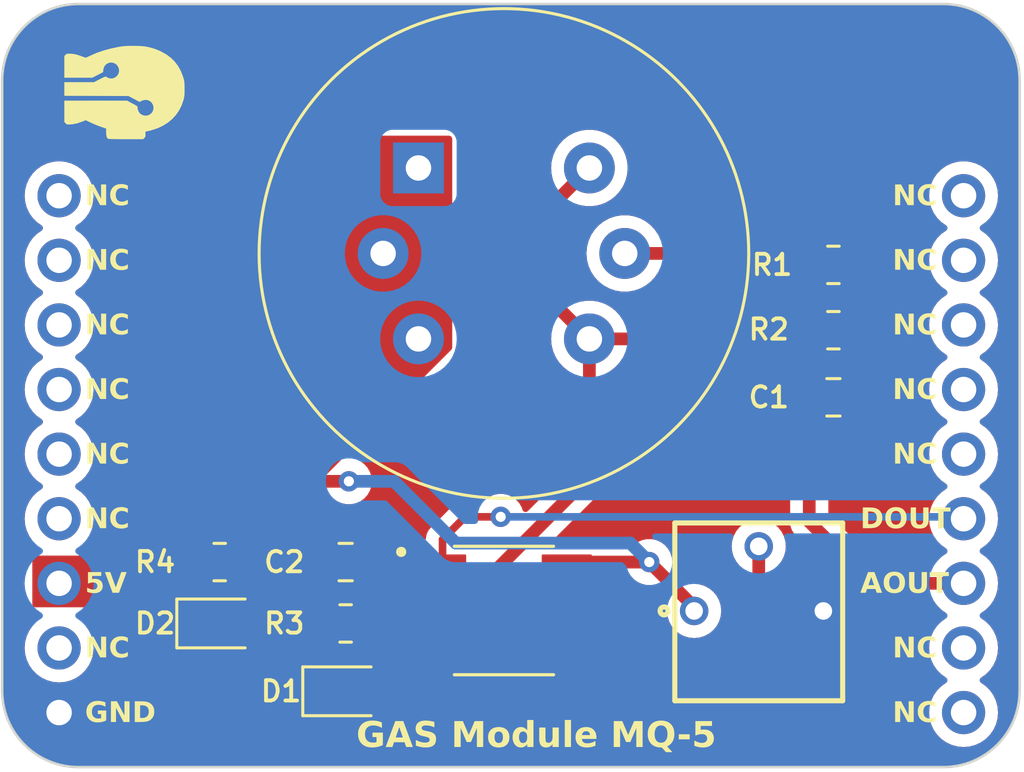
<source format=kicad_pcb>
(kicad_pcb (version 20221018) (generator pcbnew)
  (layers (0 "F.Cu" signal) (31 "B.Cu" signal) (34 "B.Paste" user) (35 "F.Paste" user) (36 "B.SilkS" user "B.Silkscreen") (37 "F.SilkS" user "F.Silkscreen") (38 "B.Mask" user) (39 "F.Mask" user) (44 "Edge.Cuts" user))
  (net 0 "")
  (net 1 "AOUT")
  (net 2 "GND")
  (net 3 "DOUT")
  (net 4 "Net-(D1-A)")
  (net 5 "Net-(D2-A)")
  (net 6 "Net-(U2-VH-)")
  (net 7 "+5V")
  (net 8 "Net-(U1-1IN+)")
  (footprint "Capacitor_SMD:C_0805_2012Metric" (layer "F.Cu") (at 89.154 82.169 180)
    (fp_text reference "C2" (at 2.413 0) (layer "F.SilkS") (effects (font (size 0.8 0.8) (thickness 0.15) bold)))
    (fp_text value "0.1uF" hide)
    (fp_line (start -0.261252 -0.735) (end 0.261252 -0.735) (stroke (width 0.12)) (layer "F.SilkS"))
    (fp_line (start -0.261252 0.735) (end 0.261252 0.735) (stroke (width 0.12)) (layer "F.SilkS"))
    (pad "1" smd roundrect (at -0.95 0 180) (size 1 1.45) (layers "F.Cu" "F.Paste" "F.Mask") (net 3 "DOUT"))
    (pad "2" smd roundrect (at 0.95 0 180) (size 1 1.45) (layers "F.Cu" "F.Paste" "F.Mask") (net 2 "GND"))
  )
  (footprint "Sensor:MQ-6" (layer "F.Cu") (at 92.017 66.675)
    (fp_text reference "U2" hide)
    (fp_text value "MQ-5" hide)
    (fp_circle (center 3.36 3.36) (end 12.985 3.36) (stroke (width 0.12)) (fill none) (layer "F.SilkS"))
    (pad "1" thru_hole rect (at 0 0) (size 2 2) (drill 1) (layers "*.Cu" "*.Mask") (net 7 "+5V"))
    (pad "2" thru_hole circle (at -1.39 3.36) (size 2 2) (drill 1) (layers "*.Cu" "*.Mask") (net 7 "+5V"))
    (pad "3" thru_hole circle (at 0 6.72 90) (size 2 2) (drill 1) (layers "*.Cu" "*.Mask") (net 7 "+5V"))
    (pad "4" thru_hole circle (at 6.72 6.72 180) (size 2 2) (drill 1) (layers "*.Cu" "*.Mask") (net 1 "AOUT"))
    (pad "5" thru_hole circle (at 8.11 3.36) (size 2 2) (drill 1) (layers "*.Cu" "*.Mask") (net 6 "Net-(U2-VH-)"))
    (pad "6" thru_hole circle (at 6.72 0 270) (size 2 2) (drill 1) (layers "*.Cu" "*.Mask") (net 1 "AOUT"))
  )
  (footprint "Resistor_SMD:R_0805_2012Metric" (layer "F.Cu") (at 84.201 82.169)
    (fp_text reference "R4" (at -2.54 0) (layer "F.SilkS") (effects (font (size 0.8 0.8) (thickness 0.15) bold)))
    (fp_text value "1k" hide)
    (fp_line (start -0.227064 -0.735) (end 0.227064 -0.735) (stroke (width 0.12)) (layer "F.SilkS"))
    (fp_line (start -0.227064 0.735) (end 0.227064 0.735) (stroke (width 0.12)) (layer "F.SilkS"))
    (pad "1" smd roundrect (at -0.9125 0) (size 1.025 1.4) (layers "F.Cu" "F.Paste" "F.Mask") (roundrect_rratio 0.243902) (net 7 "+5V"))
    (pad "2" smd roundrect (at 0.9125 0) (size 1.025 1.4) (layers "F.Cu" "F.Paste" "F.Mask") (roundrect_rratio 0.243902) (net 5 "Net-(D2-A)"))
  )
  (footprint "LM393:SOIC127P599X175-8N" (layer "F.Cu") (at 95.378 84.074)
    (fp_text reference "U1" hide)
    (fp_text value "LM393D" hide)
    (fp_line (start -1.95 -2.525) (end 1.95 -2.525) (stroke (width 0.127)) (layer "F.SilkS"))
    (fp_line (start -1.95 2.525) (end 1.95 2.525) (stroke (width 0.127)) (layer "F.SilkS"))
    (fp_circle (center -4.04 -2.305) (end -3.94 -2.305) (stroke (width 0.2)) (fill none) (layer "F.SilkS"))
    (pad "1" smd roundrect (at -2.47 -1.905) (size 1.97 0.6) (layers "F.Cu" "F.Paste" "F.Mask") (roundrect_rratio 0.07) (net 3 "DOUT"))
    (pad "2" smd roundrect (at -2.47 -0.635) (size 1.97 0.6) (layers "F.Cu" "F.Paste" "F.Mask") (roundrect_rratio 0.07) (net 1 "AOUT"))
    (pad "3" smd roundrect (at -2.47 0.635) (size 1.97 0.6) (layers "F.Cu" "F.Paste" "F.Mask") (roundrect_rratio 0.07) (net 8 "Net-(U1-1IN+)"))
    (pad "4" smd roundrect (at -2.47 1.905) (size 1.97 0.6) (layers "F.Cu" "F.Paste" "F.Mask") (roundrect_rratio 0.07) (net 2 "GND"))
    (pad "5" smd roundrect (at 2.47 1.905) (size 1.97 0.6) (layers "F.Cu" "F.Paste" "F.Mask") (roundrect_rratio 0.07))
    (pad "6" smd roundrect (at 2.47 0.635) (size 1.97 0.6) (layers "F.Cu" "F.Paste" "F.Mask") (roundrect_rratio 0.07))
    (pad "7" smd roundrect (at 2.47 -0.635) (size 1.97 0.6) (layers "F.Cu" "F.Paste" "F.Mask") (roundrect_rratio 0.07))
    (pad "8" smd roundrect (at 2.47 -1.905) (size 1.97 0.6) (layers "F.Cu" "F.Paste" "F.Mask") (roundrect_rratio 0.07) (net 7 "+5V"))
  )
  (footprint "Moduler_:pin_header" (layer "F.Cu") (at 95.414377 78.43352)
    (fp_text reference "U3" hide)
    (fp_text value "~" hide)
    (fp_text user "NC" (at 15.24 -7.62 unlocked) (layer "F.SilkS") (effects (font (size 0.8 0.8) (thickness 0.2) bold) (justify left bottom)))
    (fp_text user "NC" (at -16.51 -5.08 unlocked) (layer "F.SilkS") (effects (font (size 0.8 0.8) (thickness 0.2) bold) (justify left bottom)))
    (fp_text user "NC" (at 15.24 -5.08 unlocked) (layer "F.SilkS") (effects (font (size 0.8 0.8) (thickness 0.2) bold) (justify left bottom)))
    (fp_text user "DOUT" (at 13.97 2.54 unlocked) (layer "F.SilkS") (effects (font (size 0.8 0.8) (thickness 0.2) bold) (justify left bottom)))
    (fp_text user "NC" (at 15.24 -10.16 unlocked) (layer "F.SilkS") (effects (font (size 0.8 0.8) (thickness 0.2) bold) (justify left bottom)))
    (fp_text user "NC" (at -16.51 -7.62 unlocked) (layer "F.SilkS") (effects (font (size 0.8 0.8) (thickness 0.2) bold) (justify left bottom)))
    (fp_text user "5V" (at -16.51 5.08 unlocked) (layer "F.SilkS") (effects (font (size 0.8 0.8) (thickness 0.2) bold) (justify left bottom)))
    (fp_text user "NC" (at -16.51 -10.16 unlocked) (layer "F.SilkS") (effects (font (size 0.8 0.8) (thickness 0.2) bold) (justify left bottom)))
    (fp_text user "NC" (at 15.24 0 unlocked) (layer "F.SilkS") (effects (font (size 0.8 0.8) (thickness 0.2) bold) (justify left bottom)))
    (fp_text user "NC" (at -16.51 2.54 unlocked) (layer "F.SilkS") (effects (font (size 0.8 0.8) (thickness 0.2) bold) (justify left bottom)))
    (fp_text user "NC" (at 15.24 7.62 unlocked) (layer "F.SilkS") (effects (font (size 0.8 0.8) (thickness 0.2) bold) (justify left bottom)))
    (fp_text user "GAS Module MQ-5" (at -5.842 11.176 unlocked) (layer "F.SilkS") (effects (font (thickness 0.2) bold) (justify left bottom)))
    (fp_text user "NC" (at -16.51 7.62 unlocked) (layer "F.SilkS") (effects (font (size 0.8 0.8) (thickness 0.2) bold) (justify left bottom)))
    (fp_text user "NC" (at -16.51 -2.54 unlocked) (layer "F.SilkS") (effects (font (size 0.8 0.8) (thickness 0.2) bold) (justify left bottom)))
    (fp_text user "NC" (at 15.24 10.16 unlocked) (layer "F.SilkS") (effects (font (size 0.8 0.8) (thickness 0.2) bold) (justify left bottom)))
    (fp_text user "NC" (at -16.51 0 unlocked) (layer "F.SilkS") (effects (font (size 0.8 0.8) (thickness 0.2) bold) (justify left bottom)))
    (fp_text user "NC" (at 15.24 -2.54 unlocked) (layer "F.SilkS") (effects (font (size 0.8 0.8) (thickness 0.2) bold) (justify left bottom)))
    (fp_text user "GND" (at -16.51 10.16 unlocked) (layer "F.SilkS") (effects (font (size 0.8 0.8) (thickness 0.2) bold) (justify left bottom)))
    (fp_text user "AOUT" (at 13.97 5.08 unlocked) (layer "F.SilkS") (effects (font (size 0.8 0.8) (thickness 0.2) bold) (justify left bottom)))
    (fp_poly (pts (xy -14.485582 -16.559009) (xy -14.360573 -16.554745) (xy -14.248636 -16.54798) (xy -14.157002 -16.538775) (xy -14.117924 -16.532703) (xy -13.929469 -16.491549) (xy -13.759531 -16.440533) (xy -13.595569 -16.375574) (xy -13.505604 -16.333511) (xy -13.302009 -16.218091) (xy -13.123321 -16.083397) (xy -12.969118 -15.928915) (xy -12.838978 -15.754131) (xy -12.73248 -15.558531) (xy -12.6492 -15.3416) (xy -12.625721 -15.261504) (xy -12.612959 -15.20932) (xy -12.603846 -15.156964) (xy -12.597806 -15.097579) (xy -12.594264 -15.024306) (xy -12.592645 -14.930288) (xy -12.59236 -14.863654) (xy -12.592671 -14.758539) (xy -12.594379 -14.67766) (xy -12.598173 -14.613669) (xy -12.604739 -14.559219) (xy -12.614766 -14.506962) (xy -12.628942 -14.449549) (xy -12.632287 -14.43698) (xy -12.705714 -14.221543) (xy -12.805363 -14.022972) (xy -12.930147 -13.842253) (xy -13.078978 -13.68037) (xy -13.250768 -13.538308) (xy -13.444431 -13.417053) (xy -13.658878 -13.317589) (xy -13.893022 -13.240901) (xy -13.975535 -13.220506) (xy -14.129547 -13.185381) (xy -14.129547 -13.083439) (xy -14.131087 -13.025365) (xy -14.138019 -12.987709) (xy -14.153807 -12.959356) (xy -14.17572 -12.935324) (xy -14.221893 -12.889151) (xy -14.898388 -12.889632) (xy -15.093554 -12.890179) (xy -15.257188 -12.891522) (xy -15.389336 -12.893662) (xy -15.490047 -12.896601) (xy -15.559371 -12.900339) (xy -15.597354 -12.904877) (xy -15.604006 -12.907041) (xy -15.639705 -12.944721) (xy -15.663541 -13.009816) (xy -15.675744 -13.103144) (xy -15.677582 -13.169023) (xy -15.677607 -13.307746) (xy -15.877323 -13.375342) (xy -15.973613 -13.410249) (xy -16.083694 -13.453796) (xy -16.193274 -13.500154) (xy -16.27912 -13.539209) (xy -16.481202 -13.63548) (xy -16.625058 -13.577237) (xy -16.814264 -13.51298) (xy -16.995657 -13.477073) (xy -17.112214 -13.468483) (xy -17.172568 -13.467793) (xy -17.210949 -13.471228) (xy -17.236949 -13.481681) (xy -17.260163 -13.502045) (xy -17.274123 -13.517292) (xy -17.320343 -13.568879) (xy -17.320343 -13.987224) (xy -17.320343 -14.405569) (xy -16.086926 -14.405569) (xy -14.85351 -14.405569) (xy -14.643801 -14.294889) (xy -14.56284 -14.251731) (xy -14.506066 -14.219928) (xy -14.469493 -14.196546) (xy -14.449134 -14.178651) (xy -14.441003 -14.163308) (xy -14.441111 -14.147581) (xy -14.441413 -14.14592) (xy -14.43976 -14.092795) (xy -14.421236 -14.027967) (xy -14.3904 -13.962942) (xy -14.35181 -13.909228) (xy -14.344762 -13.902005) (xy -14.296227 -13.865834) (xy -14.236644 -13.835404) (xy -14.214799 -13.827587) (xy -14.121045 -13.813694) (xy -14.033382 -13.827179) (xy -13.955509 -13.863953) (xy -13.891126 -13.919926) (xy -13.843932 -13.991011) (xy -13.817627 -14.073118) (xy -13.815911 -14.162158) (xy -13.838074 -14.243952) (xy -13.888707 -14.328311) (xy -13.95777 -14.389514) (xy -14.040589 -14.425955) (xy -14.132494 -14.436027) (xy -14.228811 -14.418125) (xy -14.281052 -14.396241) (xy -14.36193 -14.355321) (xy -14.581404 -14.471272) (xy -14.800878 -14.587224) (xy -16.06061 -14.591538) (xy -17.320343 -14.595853) (xy -17.320343 -14.86402) (xy -17.320343 -15.132186) (xy -16.736108 -15.132186) (xy -16.151873 -15.132186) (xy -15.92364 -15.25081) (xy -15.825628 -15.300328) (xy -15.752835 -15.333929) (xy -15.705794 -15.351385) (xy -15.685044 -15.352471) (xy -15.684533 -15.351839) (xy -15.664369 -15.334981) (xy -15.626413 -15.313259) (xy -15.608475 -15.304645) (xy -15.517344 -15.278515) (xy -15.42868 -15.280387) (xy -15.34665 -15.306716) (xy -15.27542 -15.353956) (xy -15.219157 -15.418565) (xy -15.182028 -15.496995) (xy -15.1682 -15.585704) (xy -15.178799 -15.670169) (xy -15.216089 -15.756834) (xy -15.2752 -15.826154) (xy -15.350432 -15.875231) (xy -15.436087 -15.901168) (xy -15.526465 -15.901066) (xy -15.594919 -15.881743) (xy -15.679764 -15.831605) (xy -15.7402 -15.761879) (xy -15.776844 -15.671686) (xy -15.787538 -15.6087) (xy -15.796027 -15.524455) (xy -16.008245 -15.415199) (xy -16.220463 -15.305942) (xy -16.770403 -15.305942) (xy -17.320343 -15.305942) (xy -17.320343 -15.73365) (xy -17.320343 -16.161358) (xy -17.27417 -16.207531) (xy -17.247441 -16.231634) (xy -17.221044 -16.24546) (xy -17.185152 -16.251797) (xy -17.129936 -16.253429) (xy -17.112261 -16.253429) (xy -16.965134 -16.242789) (xy -16.813828 -16.210492) (xy -16.650907 -16.15493) (xy -16.643254 -16.151886) (xy -16.580147 -16.127507) (xy -16.526736 -16.108472) (xy -16.490695 -16.097439) (xy -16.481152 -16.095743) (xy -16.459332 -16.102404) (xy -16.415439 -16.120594) (xy -16.35561 -16.147624) (xy -16.285983 -16.180807) (xy -16.277762 -16.184828) (xy -16.053998 -16.282606) (xy -15.80365 -16.369931) (xy -15.530295 -16.445763) (xy -15.237504 -16.509065) (xy -15.053614 -16.540657) (xy -14.971712 -16.549822) (xy -14.866727 -16.556178) (xy -14.74589 -16.559787) (xy -14.616431 -16.56071)) (fill solid) (layer "F.SilkS"))
    (fp_poly (pts (xy -19.759475 -15.361112) (xy -19.747896 -15.5134) (xy -19.728827 -15.663474) (xy -19.702457 -15.811146) (xy -19.668975 -15.956226) (xy -19.628568 -16.098527) (xy -19.581426 -16.23786) (xy -19.527736 -16.374037) (xy -19.467687 -16.506869) (xy -19.401468 -16.636168) (xy -19.329267 -16.761745) (xy -19.251272 -16.883413) (xy -19.167671 -17.000982) (xy -19.078654 -17.114264) (xy -18.984408 -17.223072) (xy -18.885122 -17.327215) (xy -18.780984 -17.426507) (xy -18.672182 -17.520758) (xy -18.558906 -17.609781) (xy -18.441343 -17.693386) (xy -18.319683 -17.771386) (xy -18.194112 -17.843591) (xy -18.06482 -17.909814) (xy -17.931995 -17.969866) (xy -17.795826 -18.023559) (xy -17.6565 -18.070704) (xy -17.514207 -18.111113) (xy -17.369134 -18.144597) (xy -17.221471 -18.170968) (xy -17.071405 -18.190038) (xy -16.919125 -18.201619) (xy -16.764819 -18.20552) (xy 17.238832 -18.20552) (xy 17.393137 -18.201619) (xy 17.545417 -18.190038) (xy 17.695483 -18.170968) (xy 17.843146 -18.144597) (xy 17.988219 -18.111113) (xy 18.130512 -18.070704) (xy 18.269837 -18.023559) (xy 18.406006 -17.969866) (xy 18.538831 -17.909814) (xy 18.668123 -17.843591) (xy 18.793694 -17.771386) (xy 18.915355 -17.693386) (xy 19.032917 -17.609781) (xy 19.146194 -17.520758) (xy 19.254995 -17.426507) (xy 19.359133 -17.327215) (xy 19.458419 -17.223072) (xy 19.552665 -17.114264) (xy 19.641683 -17.000982) (xy 19.725284 -16.883413) (xy 19.803279 -16.761745) (xy 19.87548 -16.636168) (xy 19.9417 -16.506869) (xy 20.001748 -16.374037) (xy 20.055438 -16.23786) (xy 20.102581 -16.098527) (xy 20.142987 -15.956226) (xy 20.17647 -15.811146) (xy 20.20284 -15.663474) (xy 20.221909 -15.5134) (xy 20.233488 -15.361112) (xy 20.23739 -15.206798) (xy 20.23739 8.797094) (xy 20.233488 8.951408) (xy 20.221909 9.103696) (xy 20.20284 9.25377) (xy 20.17647 9.401441) (xy 20.142987 9.546522) (xy 20.102581 9.688822) (xy 20.055438 9.828155) (xy 20.001748 9.964332) (xy 19.9417 10.097164) (xy 19.87548 10.226463) (xy 19.803279 10.352041) (xy 19.725284 10.473708) (xy 19.641683 10.591278) (xy 19.552665 10.70456) (xy 19.458419 10.813367) (xy 19.359133 10.917511) (xy 19.254995 11.016803) (xy 19.146194 11.111054) (xy 19.032917 11.200077) (xy 18.915355 11.283682) (xy 18.793694 11.361681) (xy 18.668123 11.433887) (xy 18.538831 11.50011) (xy 18.406006 11.560162) (xy 18.269837 11.613855) (xy 18.130512 11.661) (xy 17.988219 11.701409) (xy 17.843146 11.734893) (xy 17.695483 11.761265) (xy 17.545417 11.780334) (xy 17.393137 11.791915) (xy 17.238832 11.795817) (xy -16.764819 11.795817) (xy -16.919125 11.791915) (xy -17.071405 11.780334) (xy -17.221471 11.761265) (xy -17.369134 11.734893) (xy -17.514207 11.701409) (xy -17.6565 11.661) (xy -17.795826 11.613855) (xy -17.931995 11.560162) (xy -18.06482 11.50011) (xy -18.194112 11.433887) (xy -18.319683 11.361681) (xy -18.441343 11.283682) (xy -18.558906 11.200077) (xy -18.672182 11.111054) (xy -18.780984 11.016803) (xy -18.885122 10.917511) (xy -18.984408 10.813367) (xy -19.078654 10.70456) (xy -19.167671 10.591278) (xy -19.251272 10.473708) (xy -19.329267 10.352041) (xy -19.401468 10.226463) (xy -19.467687 10.097164) (xy -19.527736 9.964332) (xy -19.581426 9.828155) (xy -19.628568 9.688822) (xy -19.668975 9.546522) (xy -19.702457 9.401441) (xy -19.728827 9.25377) (xy -19.747896 9.103696) (xy -19.759475 8.951408) (xy -19.763377 8.797094) (xy -19.763377 -15.206798)) (stroke (width 0.1)) (fill none) (layer "Edge.Cuts"))
    (pad "1" thru_hole oval (at -17.526 -10.668) (size 1.7 1.7) (drill 1) (layers "*.Cu" "*.Mask"))
    (pad "2" thru_hole oval (at -17.526 -8.128) (size 1.7 1.7) (drill 1) (layers "*.Cu" "*.Mask"))
    (pad "3" thru_hole oval (at -17.526 -5.588) (size 1.7 1.7) (drill 1) (layers "*.Cu" "*.Mask"))
    (pad "4" thru_hole oval (at -17.526 -3.048) (size 1.7 1.7) (drill 1) (layers "*.Cu" "*.Mask"))
    (pad "5" thru_hole oval (at -17.526 -0.508) (size 1.7 1.7) (drill 1) (layers "*.Cu" "*.Mask"))
    (pad "6" thru_hole oval (at -17.526 2.032) (size 1.7 1.7) (drill 1) (layers "*.Cu" "*.Mask"))
    (pad "7" thru_hole oval (at -17.526 4.572) (size 1.7 1.7) (drill 1) (layers "*.Cu" "*.Mask") (net 7 "+5V"))
    (pad "8" thru_hole oval (at -17.526 7.112) (size 1.7 1.7) (drill 1) (layers "*.Cu" "*.Mask"))
    (pad "9" thru_hole oval (at -17.526 9.652) (size 1.7 1.7) (drill 1) (layers "*.Cu" "*.Mask") (net 2 "GND"))
    (pad "10" thru_hole oval (at 18.034 9.652) (size 1.7 1.7) (drill 1) (layers "*.Cu" "*.Mask"))
    (pad "11" thru_hole oval (at 18.034 7.112) (size 1.7 1.7) (drill 1) (layers "*.Cu" "*.Mask"))
    (pad "12" thru_hole oval (at 18.034 4.572) (size 1.7 1.7) (drill 1) (layers "*.Cu" "*.Mask") (net 1 "AOUT"))
    (pad "13" thru_hole oval (at 18.034 2.032) (size 1.7 1.7) (drill 1) (layers "*.Cu" "*.Mask") (net 3 "DOUT"))
    (pad "14" thru_hole oval (at 18.034 -0.508) (size 1.7 1.7) (drill 1) (layers "*.Cu" "*.Mask"))
    (pad "15" thru_hole oval (at 18.034 -3.048) (size 1.7 1.7) (drill 1) (layers "*.Cu" "*.Mask"))
    (pad "16" thru_hole oval (at 18.034 -5.588) (size 1.7 1.7) (drill 1) (layers "*.Cu" "*.Mask"))
    (pad "17" thru_hole oval (at 18.034 -8.128) (size 1.7 1.7) (drill 1) (layers "*.Cu" "*.Mask"))
    (pad "18" thru_hole oval (at 18.034 -10.668) (size 1.7 1.7) (drill 1) (layers "*.Cu" "*.Mask"))
  )
  (footprint "Resistor_SMD:R_0805_2012Metric" (layer "F.Cu") (at 108.331 70.485)
    (fp_text reference "R1" (at -2.413 0) (layer "F.SilkS") (effects (font (size 0.8 0.8) (thickness 0.15) bold)))
    (fp_text value "5.1k" hide)
    (fp_line (start -0.227064 -0.735) (end 0.227064 -0.735) (stroke (width 0.12)) (layer "F.SilkS"))
    (fp_line (start -0.227064 0.735) (end 0.227064 0.735) (stroke (width 0.12)) (layer "F.SilkS"))
    (pad "1" smd roundrect (at -0.9125 0) (size 1.025 1.4) (layers "F.Cu" "F.Paste" "F.Mask") (roundrect_rratio 0.243902) (net 6 "Net-(U2-VH-)"))
    (pad "2" smd roundrect (at 0.9125 0) (size 1.025 1.4) (layers "F.Cu" "F.Paste" "F.Mask") (roundrect_rratio 0.243902) (net 2 "GND"))
  )
  (footprint "LED_SMD:LED_0805_2012Metric" (layer "F.Cu") (at 89.154 87.249)
    (fp_text reference "D1" (at -2.54 0) (layer "F.SilkS") (effects (font (size 0.8 0.8) (thickness 0.15) bold)))
    (fp_text value "LED" hide)
    (fp_line (start -1.685 -0.96) (end -1.685 0.96) (stroke (width 0.12)) (layer "F.SilkS"))
    (fp_line (start -1.685 0.96) (end 1 0.96) (stroke (width 0.12)) (layer "F.SilkS"))
    (fp_line (start 1 -0.96) (end -1.685 -0.96) (stroke (width 0.12)) (layer "F.SilkS"))
    (pad "1" smd roundrect (at -0.9375 0) (size 0.975 1.4) (layers "F.Cu" "F.Paste" "F.Mask") (net 3 "DOUT"))
    (pad "2" smd roundrect (at 0.9375 0) (size 0.975 1.4) (layers "F.Cu" "F.Paste" "F.Mask") (net 4 "Net-(D1-A)"))
  )
  (footprint "Resistor_SMD:R_0805_2012Metric" (layer "F.Cu") (at 108.331 73.054)
    (fp_text reference "R2" (at -2.54 -0.029) (layer "F.SilkS") (effects (font (size 0.8 0.8) (thickness 0.15) bold)))
    (fp_text value "47k" hide)
    (fp_line (start -0.227064 -0.735) (end 0.227064 -0.735) (stroke (width 0.12)) (layer "F.SilkS"))
    (fp_line (start -0.227064 0.735) (end 0.227064 0.735) (stroke (width 0.12)) (layer "F.SilkS"))
    (pad "1" smd roundrect (at -0.9125 0) (size 1.025 1.4) (layers "F.Cu" "F.Paste" "F.Mask") (roundrect_rratio 0.243902) (net 1 "AOUT"))
    (pad "2" smd roundrect (at 0.9125 0) (size 1.025 1.4) (layers "F.Cu" "F.Paste" "F.Mask") (roundrect_rratio 0.243902) (net 2 "GND"))
  )
  (footprint "Resistor_SMD:R_0805_2012Metric" (layer "F.Cu") (at 89.154 84.582)
    (fp_text reference "R3" (at -2.413 0) (layer "F.SilkS") (effects (font (size 0.8 0.8) (thickness 0.15) bold)))
    (fp_text value "1k" hide)
    (fp_line (start -0.227064 -0.735) (end 0.227064 -0.735) (stroke (width 0.12)) (layer "F.SilkS"))
    (fp_line (start -0.227064 0.735) (end 0.227064 0.735) (stroke (width 0.12)) (layer "F.SilkS"))
    (pad "1" smd roundrect (at -0.9125 0) (size 1.025 1.4) (layers "F.Cu" "F.Paste" "F.Mask") (roundrect_rratio 0.243902) (net 7 "+5V"))
    (pad "2" smd roundrect (at 0.9125 0) (size 1.025 1.4) (layers "F.Cu" "F.Paste" "F.Mask") (roundrect_rratio 0.243902) (net 4 "Net-(D1-A)"))
  )
  (footprint "memin:3362P_1" (layer "F.Cu") (at 105.3955 87.621)
    (fp_text reference "RV1" hide)
    (fp_text value "10k" hide)
    (fp_line (start -3.3 -6.99) (end -3.3 0) (stroke (width 0.2)) (layer "F.SilkS"))
    (fp_line (start -3.3 0) (end 3.3 0) (stroke (width 0.2)) (layer "F.SilkS"))
    (fp_line (start 3.3 -6.99) (end -3.3 -6.99) (stroke (width 0.2)) (layer "F.SilkS"))
    (fp_line (start 3.3 0) (end 3.3 -6.99) (stroke (width 0.2)) (layer "F.SilkS"))
    (fp_circle (center -3.722 -3.532) (end -3.722 -3.475) (stroke (width 0.2)) (fill none) (layer "F.SilkS"))
    (pad "1" thru_hole circle (at -2.54 -3.53) (size 1.12 1.12) (drill 0.69) (layers "*.Cu" "*.Mask") (net 7 "+5V"))
    (pad "2" thru_hole circle (at 0 -6.07) (size 1.12 1.12) (drill 0.69) (layers "*.Cu" "*.Mask") (net 8 "Net-(U1-1IN+)"))
    (pad "3" thru_hole circle (at 2.54 -3.53) (size 1.12 1.12) (drill 0.69) (layers "*.Cu" "*.Mask") (net 2 "GND"))
  )
  (footprint "LED_SMD:LED_0805_2012Metric" (layer "F.Cu") (at 84.201 84.582)
    (fp_text reference "D2" (at -2.54 0) (layer "F.SilkS") (effects (font (size 0.8 0.8) (thickness 0.15) bold)))
    (fp_text value "LED" hide)
    (fp_line (start -1.685 -0.96) (end -1.685 0.96) (stroke (width 0.12)) (layer "F.SilkS"))
    (fp_line (start -1.685 0.96) (end 1 0.96) (stroke (width 0.12)) (layer "F.SilkS"))
    (fp_line (start 1 -0.96) (end -1.685 -0.96) (stroke (width 0.12)) (layer "F.SilkS"))
    (pad "1" smd roundrect (at -0.9375 0) (size 0.975 1.4) (layers "F.Cu" "F.Paste" "F.Mask") (net 2 "GND"))
    (pad "2" smd roundrect (at 0.9375 0) (size 0.975 1.4) (layers "F.Cu" "F.Paste" "F.Mask") (net 5 "Net-(D2-A)"))
  )
  (footprint "Capacitor_SMD:C_0805_2012Metric" (layer "F.Cu") (at 108.331 75.692)
    (fp_text reference "C1" (at -2.54 0) (layer "F.SilkS") (effects (font (size 0.8 0.8) (thickness 0.15) bold)))
    (fp_text value "0.1uF" hide)
    (fp_line (start -0.261252 -0.735) (end 0.261252 -0.735) (stroke (width 0.12)) (layer "F.SilkS"))
    (fp_line (start -0.261252 0.735) (end 0.261252 0.735) (stroke (width 0.12)) (layer "F.SilkS"))
    (pad "1" smd roundrect (at -0.95 0) (size 1 1.45) (layers "F.Cu" "F.Paste" "F.Mask") (net 1 "AOUT"))
    (pad "2" smd roundrect (at 0.95 0) (size 1 1.45) (layers "F.Cu" "F.Paste" "F.Mask") (net 2 "GND"))
  )
  (segment (start 98.737 78.809) (end 98.737 73.395) (width 0.5) (layer "F.Cu") (net 1))
  (segment (start 98.737 66.675) (end 97.282 68.13) (width 0.5) (layer "F.Cu") (net 1))
  (segment (start 107.381 75.692) (end 107.381 80.584) (width 0.5) (layer "F.Cu") (net 1))
  (segment (start 97.282 71.94) (end 98.737 73.395) (width 0.5) (layer "F.Cu") (net 1))
  (segment (start 102.246 73.395) (end 102.587 73.054) (width 0.5) (layer "F.Cu") (net 1))
  (segment (start 97.282 68.13) (end 97.282 71.94) (width 0.5) (layer "F.Cu") (net 1))
  (segment (start 98.737 73.395) (end 102.246 73.395) (width 0.5) (layer "F.Cu") (net 1))
  (segment (start 94.107 83.439) (end 98.737 78.809) (width 0.5) (layer "F.Cu") (net 1))
  (segment (start 107.4185 75.6545) (end 107.381 75.692) (width 0.5) (layer "F.Cu") (net 1))
  (segment (start 92.908 83.439) (end 94.107 83.439) (width 0.5) (layer "F.Cu") (net 1))
  (segment (start 109.80252 83.00552) (end 113.448377 83.00552) (width 0.5) (layer "F.Cu") (net 1))
  (segment (start 102.587 73.054) (end 107.4185 73.054) (width 0.5) (layer "F.Cu") (net 1))
  (segment (start 107.4185 73.054) (end 107.4185 75.6545) (width 0.5) (layer "F.Cu") (net 1))
  (segment (start 107.381 80.584) (end 109.80252 83.00552) (width 0.5) (layer "F.Cu") (net 1))
  (segment (start 88.2165 87.249) (end 88.9 87.249) (width 0.3) (layer "F.Cu") (net 3))
  (segment (start 92.964 82.113) (end 92.908 82.169) (width 0.3) (layer "F.Cu") (net 3))
  (segment (start 95.25 80.391) (end 93.853 80.391) (width 0.3) (layer "F.Cu") (net 3))
  (segment (start 88.9 87.249) (end 89.154 86.995) (width 0.3) (layer "F.Cu") (net 3))
  (segment (start 89.154 86.995) (end 89.154 82.677) (width 0.3) (layer "F.Cu") (net 3))
  (segment (start 93.853 80.391) (end 92.964 81.28) (width 0.3) (layer "F.Cu") (net 3))
  (segment (start 89.662 82.169) (end 90.104 82.169) (width 0.3) (layer "F.Cu") (net 3))
  (segment (start 89.154 82.677) (end 89.662 82.169) (width 0.3) (layer "F.Cu") (net 3))
  (segment (start 92.964 81.28) (end 92.964 82.113) (width 0.3) (layer "F.Cu") (net 3))
  (segment (start 90.104 82.169) (end 92.583 82.169) (width 0.3) (layer "F.Cu") (net 3))
  (via (at 95.25 80.391) (size 0.8) (drill 0.4) (layers "F.Cu" "B.Cu") (net 3))
  (segment (start 95.25 80.391) (end 113.373857 80.391) (width 0.3) (layer "B.Cu") (net 3))
  (segment (start 113.373857 80.391) (end 113.448377 80.46552) (width 0.3) (layer "B.Cu") (net 3))
  (segment (start 90.0665 87.224) (end 90.0915 87.249) (width 0.5) (layer "F.Cu") (net 4))
  (segment (start 90.0665 84.582) (end 90.0665 87.224) (width 0.5) (layer "F.Cu") (net 4))
  (segment (start 85.1135 84.557) (end 85.1385 84.582) (width 0.5) (layer "F.Cu") (net 5))
  (segment (start 85.1135 82.169) (end 85.1135 84.557) (width 0.5) (layer "F.Cu") (net 5))
  (segment (start 102.489 70.035) (end 100.127 70.035) (width 0.5) (layer "F.Cu") (net 6))
  (segment (start 107.4185 70.485) (end 102.939 70.485) (width 0.5) (layer "F.Cu") (net 6))
  (segment (start 102.939 70.485) (end 102.489 70.035) (width 0.5) (layer "F.Cu") (net 6))
  (segment (start 102.8555 83.9325) (end 102.8555 84.091) (width 0.5) (layer "F.Cu") (net 7))
  (segment (start 101.092 82.169) (end 97.848 82.169) (width 0.5) (layer "F.Cu") (net 7))
  (segment (start 86.995 78.994) (end 89.281 78.994) (width 0.5) (layer "F.Cu") (net 7))
  (segment (start 101.092 82.169) (end 102.8555 83.9325) (width 0.5) (layer "F.Cu") (net 7))
  (via (at 101.092 82.169) (size 0.8) (drill 0.4) (layers "F.Cu" "B.Cu") (net 7))
  (via (at 89.281 78.994) (size 0.8) (drill 0.4) (layers "F.Cu" "B.Cu") (net 7))
  (segment (start 91.059 78.994) (end 89.281 78.994) (width 0.5) (layer "B.Cu") (net 7))
  (segment (start 93.48775 81.42275) (end 91.059 78.994) (width 0.5) (layer "B.Cu") (net 7))
  (segment (start 100.34575 81.42275) (end 93.48775 81.42275) (width 0.5) (layer "B.Cu") (net 7))
  (segment (start 101.092 82.169) (end 100.34575 81.42275) (width 0.5) (layer "B.Cu") (net 7))
  (segment (start 103.251 87.122) (end 105.3955 84.9775) (width 0.5) (layer "F.Cu") (net 8))
  (segment (start 105.3955 84.9775) (end 105.3955 81.551) (width 0.5) (layer "F.Cu") (net 8))
  (segment (start 94.234 84.709) (end 96.647 87.122) (width 0.5) (layer "F.Cu") (net 8))
  (segment (start 96.647 87.122) (end 103.251 87.122) (width 0.5) (layer "F.Cu") (net 8))
  (segment (start 92.908 84.709) (end 94.234 84.709) (width 0.5) (layer "F.Cu") (net 8))
  (zone (net 7) (net_name "+5V") (layer "F.Cu") (priority 1) (connect_pads yes (clearance 0.5)) (min_thickness 0.25) (fill yes (thermal_gap 0.8) (thermal_bridge_width 0.8))
    (polygon (pts (xy 76.835 83.947) (xy 81.026 83.947) (xy 82.169 82.804) (xy 83.947 82.804) (xy 83.947 81.026) (xy 85.979 81.026) (xy 86.36 81.407) (xy 86.36 85.217) (xy 87.503 85.217) (xy 88.773 85.217) (xy 88.773 83.693) (xy 87.503 83.693) (xy 87.249 83.439) (xy 87.249 79.883) (xy 93.345 73.787) (xy 93.345 65.405) (xy 89.027 65.405) (xy 89.027 73.787) (xy 80.899 81.915) (xy 76.835 81.915)))
  )
  (zone (net 2) (net_name "GND") (layers "F&B.Cu") (connect_pads yes (clearance 0.5)) (min_thickness 0.25) (fill yes (thermal_gap 0.8) (thermal_bridge_width 0.8))
    (polygon (pts (xy 75.565 60.071) (xy 115.824 60.071) (xy 115.824 90.424) (xy 75.565 90.424)))
  )
)
</source>
